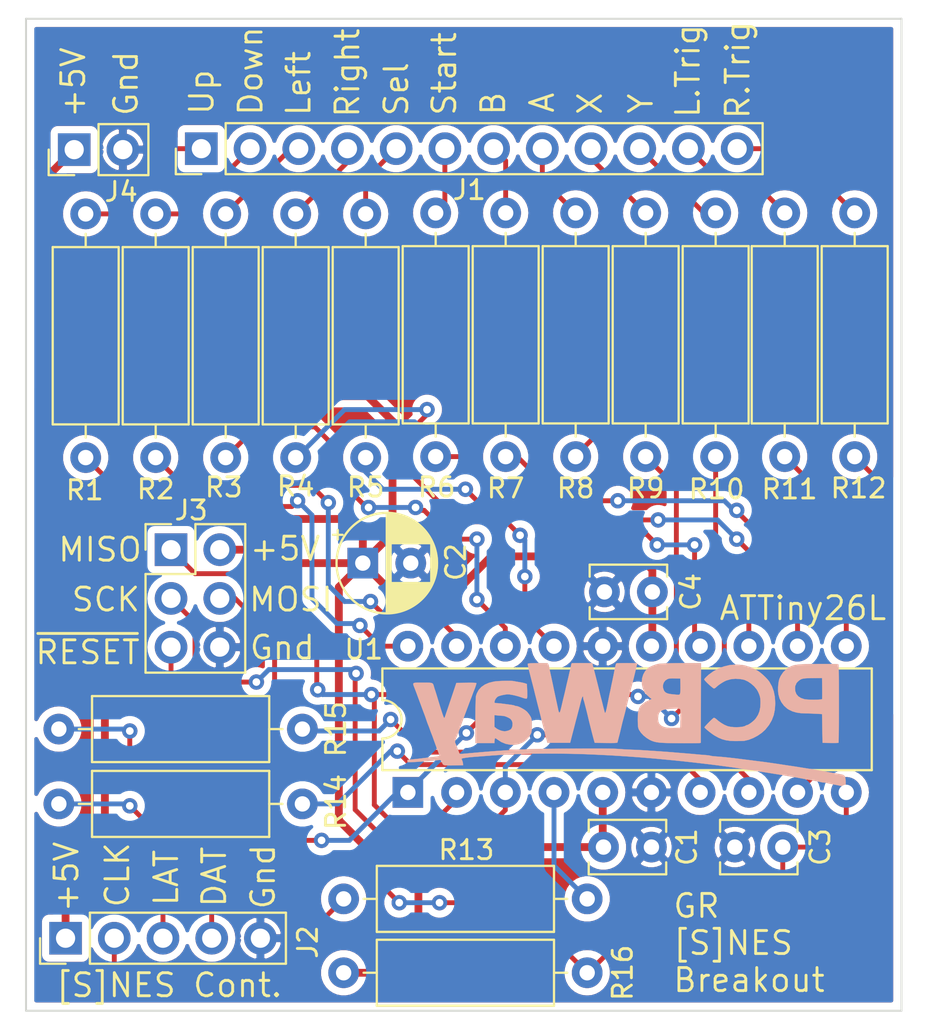
<source format=kicad_pcb>
(kicad_pcb (version 20171130) (host pcbnew "(5.1.2-1)-1")
  (layers (0 F.Cu signal) (31 B.Cu signal) (34 B.Paste user) (35 F.Paste user) (36 B.SilkS user) (37 F.SilkS user) (38 B.Mask user hide) (39 F.Mask user hide) (44 Edge.Cuts user))
  (net 0 "")
  (net 1 GNDREF)
  (net 2 "Net-(J1-Pad6)")
  (net 3 "Net-(J1-Pad5)")
  (net 4 "Net-(J1-Pad2)")
  (net 5 "Net-(J1-Pad1)")
  (net 6 +5V)
  (net 7 /~RESET)
  (net 8 "Net-(J1-Pad3)")
  (net 9 "Net-(J1-Pad4)")
  (net 10 "Net-(J1-Pad7)")
  (net 11 "Net-(J1-Pad8)")
  (net 12 "Net-(J1-Pad9)")
  (net 13 "Net-(J1-Pad10)")
  (net 14 "Net-(J1-Pad11)")
  (net 15 "Net-(J1-Pad12)")
  (net 16 /MISO)
  (net 17 /SCK)
  (net 18 /MOSI)
  (net 19 "Net-(R1-Pad1)")
  (net 20 "Net-(R2-Pad1)")
  (net 21 "Net-(R3-Pad1)")
  (net 22 "Net-(R4-Pad1)")
  (net 23 "Net-(R5-Pad1)")
  (net 24 "Net-(R6-Pad1)")
  (net 25 "Net-(R7-Pad1)")
  (net 26 "Net-(R8-Pad1)")
  (net 27 "Net-(R12-Pad1)")
  (net 28 /CLOCK)
  (net 29 "Net-(J2-Pad2)")
  (net 30 "Net-(J2-Pad3)")
  (net 31 /LATCH)
  (net 32 /DATA)
  (net 33 "Net-(J2-Pad4)")
  (module "_Custom_Footprints:pcb way logo" (layer B.Cu) (at 137.661 113.771 180)
    (fp_text reference G*** hide)
    (fp_text value LOGO hide)
  )
  (module Capacitor_THT:C_Disc_D3.8mm_W2.6mm_P2.50mm (layer F.Cu) (at 138.961 119.471 180)
    (fp_text reference C1 (at -1.85 0 90) (layer F.SilkS))
    (fp_text value 100nF)
    (pad 1 thru_hole circle (at 0 0 180) (size 1.6 1.6) (drill 0.8) (layers *.Cu *.Mask) (net 1 GNDREF))
    (pad 2 thru_hole circle (at 2.5 0 180) (size 1.6 1.6) (drill 0.8) (layers *.Cu *.Mask) (net 6 +5V))
  )
  (module Capacitor_THT:CP_Radial_D5.0mm_P2.50mm (layer F.Cu) (at 123.911 104.671)
    (fp_text reference C2 (at 4.85 -0.05 270) (layer F.SilkS))
    (fp_text value "10uF 16v")
    (pad 1 thru_hole rect (at 0 0) (size 1.6 1.6) (drill 0.8) (layers *.Cu *.Mask) (net 6 +5V))
    (pad 2 thru_hole circle (at 2.5 0) (size 1.6 1.6) (drill 0.8) (layers *.Cu *.Mask) (net 1 GNDREF))
  )
  (module Capacitor_THT:C_Disc_D3.8mm_W2.6mm_P2.50mm (layer F.Cu) (at 143.311 119.471)
    (fp_text reference C3 (at 4.45 0 90) (layer F.SilkS))
    (fp_text value 100nF)
    (pad 2 thru_hole circle (at 2.5 0) (size 1.6 1.6) (drill 0.8) (layers *.Cu *.Mask) (net 7 /~RESET))
    (pad 1 thru_hole circle (at 0 0) (size 1.6 1.6) (drill 0.8) (layers *.Cu *.Mask) (net 1 GNDREF))
  )
  (module Connector_PinHeader_2.54mm:PinHeader_1x12_P2.54mm_Vertical (layer F.Cu) (at 115.491 83.071 90)
    (fp_text reference J1 (at -2.15 13.97 180) (layer F.SilkS))
    (fp_text value Conn_01x12)
    (pad 1 thru_hole rect (at 0 0 90) (size 1.7 1.7) (drill 1) (layers *.Cu *.Mask) (net 5 "Net-(J1-Pad1)"))
    (pad 2 thru_hole oval (at 0 2.54 90) (size 1.7 1.7) (drill 1) (layers *.Cu *.Mask) (net 4 "Net-(J1-Pad2)"))
    (pad 3 thru_hole oval (at 0 5.08 90) (size 1.7 1.7) (drill 1) (layers *.Cu *.Mask) (net 8 "Net-(J1-Pad3)"))
    (pad 4 thru_hole oval (at 0 7.62 90) (size 1.7 1.7) (drill 1) (layers *.Cu *.Mask) (net 9 "Net-(J1-Pad4)"))
    (pad 5 thru_hole oval (at 0 10.16 90) (size 1.7 1.7) (drill 1) (layers *.Cu *.Mask) (net 3 "Net-(J1-Pad5)"))
    (pad 6 thru_hole oval (at 0 12.7 90) (size 1.7 1.7) (drill 1) (layers *.Cu *.Mask) (net 2 "Net-(J1-Pad6)"))
    (pad 7 thru_hole oval (at 0 15.24 90) (size 1.7 1.7) (drill 1) (layers *.Cu *.Mask) (net 10 "Net-(J1-Pad7)"))
    (pad 8 thru_hole oval (at 0 17.78 90) (size 1.7 1.7) (drill 1) (layers *.Cu *.Mask) (net 11 "Net-(J1-Pad8)"))
    (pad 9 thru_hole oval (at 0 20.32 90) (size 1.7 1.7) (drill 1) (layers *.Cu *.Mask) (net 12 "Net-(J1-Pad9)"))
    (pad 10 thru_hole oval (at 0 22.86 90) (size 1.7 1.7) (drill 1) (layers *.Cu *.Mask) (net 13 "Net-(J1-Pad10)"))
    (pad 11 thru_hole oval (at 0 25.4 90) (size 1.7 1.7) (drill 1) (layers *.Cu *.Mask) (net 14 "Net-(J1-Pad11)"))
    (pad 12 thru_hole oval (at 0 27.94 90) (size 1.7 1.7) (drill 1) (layers *.Cu *.Mask) (net 15 "Net-(J1-Pad12)"))
  )
  (module Connector_PinHeader_2.54mm:PinHeader_2x03_P2.54mm_Vertical (layer F.Cu) (at 113.911 103.971)
    (fp_text reference J3 (at 1.05 -2.05) (layer F.SilkS))
    (fp_text value Conn_02x03_Odd_Even)
    (pad 1 thru_hole rect (at 0 0) (size 1.7 1.7) (drill 1) (layers *.Cu *.Mask) (net 16 /MISO))
    (pad 2 thru_hole oval (at 2.54 0) (size 1.7 1.7) (drill 1) (layers *.Cu *.Mask) (net 6 +5V))
    (pad 3 thru_hole oval (at 0 2.54) (size 1.7 1.7) (drill 1) (layers *.Cu *.Mask) (net 17 /SCK))
    (pad 4 thru_hole oval (at 2.54 2.54) (size 1.7 1.7) (drill 1) (layers *.Cu *.Mask) (net 18 /MOSI))
    (pad 5 thru_hole oval (at 0 5.08) (size 1.7 1.7) (drill 1) (layers *.Cu *.Mask) (net 7 /~RESET))
    (pad 6 thru_hole oval (at 2.54 5.08) (size 1.7 1.7) (drill 1) (layers *.Cu *.Mask) (net 1 GNDREF))
  )
  (module Resistor_THT:R_Axial_DIN0309_L9.0mm_D3.2mm_P12.70mm_Horizontal (layer F.Cu) (at 109.461 99.171 90)
    (fp_text reference R1 (at -1.7 -0.05 180) (layer F.SilkS))
    (fp_text value 100r)
    (pad 1 thru_hole circle (at 0 0 90) (size 1.6 1.6) (drill 0.8) (layers *.Cu *.Mask) (net 19 "Net-(R1-Pad1)"))
    (pad 2 thru_hole oval (at 12.7 0 90) (size 1.6 1.6) (drill 0.8) (layers *.Cu *.Mask) (net 5 "Net-(J1-Pad1)"))
  )
  (module Resistor_THT:R_Axial_DIN0309_L9.0mm_D3.2mm_P12.70mm_Horizontal (layer F.Cu) (at 113.111 99.171 90)
    (fp_text reference R2 (at -1.65 0 180) (layer F.SilkS))
    (fp_text value 100r)
    (pad 2 thru_hole oval (at 12.7 0 90) (size 1.6 1.6) (drill 0.8) (layers *.Cu *.Mask) (net 4 "Net-(J1-Pad2)"))
    (pad 1 thru_hole circle (at 0 0 90) (size 1.6 1.6) (drill 0.8) (layers *.Cu *.Mask) (net 20 "Net-(R2-Pad1)"))
  )
  (module Resistor_THT:R_Axial_DIN0309_L9.0mm_D3.2mm_P12.70mm_Horizontal (layer F.Cu) (at 116.761 99.171 90)
    (fp_text reference R3 (at -1.55 -0.1 180) (layer F.SilkS))
    (fp_text value 100r)
    (pad 1 thru_hole circle (at 0 0 90) (size 1.6 1.6) (drill 0.8) (layers *.Cu *.Mask) (net 21 "Net-(R3-Pad1)"))
    (pad 2 thru_hole oval (at 12.7 0 90) (size 1.6 1.6) (drill 0.8) (layers *.Cu *.Mask) (net 8 "Net-(J1-Pad3)"))
  )
  (module Resistor_THT:R_Axial_DIN0309_L9.0mm_D3.2mm_P12.70mm_Horizontal (layer F.Cu) (at 120.411 99.171 90)
    (fp_text reference R4 (at -1.5 0 180) (layer F.SilkS))
    (fp_text value 100r)
    (pad 2 thru_hole oval (at 12.7 0 90) (size 1.6 1.6) (drill 0.8) (layers *.Cu *.Mask) (net 9 "Net-(J1-Pad4)"))
    (pad 1 thru_hole circle (at 0 0 90) (size 1.6 1.6) (drill 0.8) (layers *.Cu *.Mask) (net 22 "Net-(R4-Pad1)"))
  )
  (module Resistor_THT:R_Axial_DIN0309_L9.0mm_D3.2mm_P12.70mm_Horizontal (layer F.Cu) (at 124.061 99.171 90)
    (fp_text reference R5 (at -1.55 0 180) (layer F.SilkS))
    (fp_text value 100r)
    (pad 1 thru_hole circle (at 0 0 90) (size 1.6 1.6) (drill 0.8) (layers *.Cu *.Mask) (net 23 "Net-(R5-Pad1)"))
    (pad 2 thru_hole oval (at 12.7 0 90) (size 1.6 1.6) (drill 0.8) (layers *.Cu *.Mask) (net 3 "Net-(J1-Pad5)"))
  )
  (module Resistor_THT:R_Axial_DIN0309_L9.0mm_D3.2mm_P12.70mm_Horizontal (layer F.Cu) (at 127.711 99.121 90)
    (fp_text reference R6 (at -1.6 0.05 180) (layer F.SilkS))
    (fp_text value 100r)
    (pad 2 thru_hole oval (at 12.7 0 90) (size 1.6 1.6) (drill 0.8) (layers *.Cu *.Mask) (net 2 "Net-(J1-Pad6)"))
    (pad 1 thru_hole circle (at 0 0 90) (size 1.6 1.6) (drill 0.8) (layers *.Cu *.Mask) (net 24 "Net-(R6-Pad1)"))
  )
  (module Resistor_THT:R_Axial_DIN0309_L9.0mm_D3.2mm_P12.70mm_Horizontal (layer F.Cu) (at 131.361 99.121 90)
    (fp_text reference R7 (at -1.65 0 180) (layer F.SilkS))
    (fp_text value 100r)
    (pad 1 thru_hole circle (at 0 0 90) (size 1.6 1.6) (drill 0.8) (layers *.Cu *.Mask) (net 25 "Net-(R7-Pad1)"))
    (pad 2 thru_hole oval (at 12.7 0 90) (size 1.6 1.6) (drill 0.8) (layers *.Cu *.Mask) (net 10 "Net-(J1-Pad7)"))
  )
  (module Resistor_THT:R_Axial_DIN0309_L9.0mm_D3.2mm_P12.70mm_Horizontal (layer F.Cu) (at 135.011 99.121 90)
    (fp_text reference R8 (at -1.65 0 180) (layer F.SilkS))
    (fp_text value 100r)
    (pad 2 thru_hole oval (at 12.7 0 90) (size 1.6 1.6) (drill 0.8) (layers *.Cu *.Mask) (net 11 "Net-(J1-Pad8)"))
    (pad 1 thru_hole circle (at 0 0 90) (size 1.6 1.6) (drill 0.8) (layers *.Cu *.Mask) (net 26 "Net-(R8-Pad1)"))
  )
  (module Resistor_THT:R_Axial_DIN0309_L9.0mm_D3.2mm_P12.70mm_Horizontal (layer F.Cu) (at 138.661 99.121 90)
    (fp_text reference R9 (at -1.65 0 180) (layer F.SilkS))
    (fp_text value 100r)
    (pad 1 thru_hole circle (at 0 0 90) (size 1.6 1.6) (drill 0.8) (layers *.Cu *.Mask) (net 18 /MOSI))
    (pad 2 thru_hole oval (at 12.7 0 90) (size 1.6 1.6) (drill 0.8) (layers *.Cu *.Mask) (net 12 "Net-(J1-Pad9)"))
  )
  (module Resistor_THT:R_Axial_DIN0309_L9.0mm_D3.2mm_P12.70mm_Horizontal (layer F.Cu) (at 142.311 99.121 90)
    (fp_text reference R10 (at -1.7 0.05 180) (layer F.SilkS))
    (fp_text value 100r)
    (pad 2 thru_hole oval (at 12.7 0 90) (size 1.6 1.6) (drill 0.8) (layers *.Cu *.Mask) (net 13 "Net-(J1-Pad10)"))
    (pad 1 thru_hole circle (at 0 0 90) (size 1.6 1.6) (drill 0.8) (layers *.Cu *.Mask) (net 16 /MISO))
  )
  (module Resistor_THT:R_Axial_DIN0309_L9.0mm_D3.2mm_P12.70mm_Horizontal (layer F.Cu) (at 145.911 99.121 90)
    (fp_text reference R11 (at -1.7 0.25 180) (layer F.SilkS))
    (fp_text value 100r)
    (pad 1 thru_hole circle (at 0 0 90) (size 1.6 1.6) (drill 0.8) (layers *.Cu *.Mask) (net 17 /SCK))
    (pad 2 thru_hole oval (at 12.7 0 90) (size 1.6 1.6) (drill 0.8) (layers *.Cu *.Mask) (net 14 "Net-(J1-Pad11)"))
  )
  (module Resistor_THT:R_Axial_DIN0309_L9.0mm_D3.2mm_P12.70mm_Horizontal (layer F.Cu) (at 149.561 99.121 90)
    (fp_text reference R12 (at -1.65 0.2 180) (layer F.SilkS))
    (fp_text value 100r)
    (pad 2 thru_hole oval (at 12.7 0 90) (size 1.6 1.6) (drill 0.8) (layers *.Cu *.Mask) (net 15 "Net-(J1-Pad12)"))
    (pad 1 thru_hole circle (at 0 0 90) (size 1.6 1.6) (drill 0.8) (layers *.Cu *.Mask) (net 27 "Net-(R12-Pad1)"))
  )
  (module Resistor_THT:R_Axial_DIN0309_L9.0mm_D3.2mm_P12.70mm_Horizontal (layer F.Cu) (at 135.611 122.171 180)
    (fp_text reference R13 (at 6.3 2.55) (layer F.SilkS))
    (fp_text value 100r)
    (pad 1 thru_hole circle (at 0 0 180) (size 1.6 1.6) (drill 0.8) (layers *.Cu *.Mask) (net 28 /CLOCK))
    (pad 2 thru_hole oval (at 12.7 0 180) (size 1.6 1.6) (drill 0.8) (layers *.Cu *.Mask) (net 29 "Net-(J2-Pad2)"))
  )
  (module Resistor_THT:R_Axial_DIN0309_L9.0mm_D3.2mm_P12.70mm_Horizontal (layer F.Cu) (at 120.761 117.221 180)
    (fp_text reference R14 (at -1.75 0.1 90) (layer F.SilkS))
    (fp_text value 100r)
    (pad 2 thru_hole oval (at 12.7 0 180) (size 1.6 1.6) (drill 0.8) (layers *.Cu *.Mask) (net 30 "Net-(J2-Pad3)"))
    (pad 1 thru_hole circle (at 0 0 180) (size 1.6 1.6) (drill 0.8) (layers *.Cu *.Mask) (net 31 /LATCH))
  )
  (module Resistor_THT:R_Axial_DIN0309_L9.0mm_D3.2mm_P12.70mm_Horizontal (layer F.Cu) (at 120.761 113.321 180)
    (fp_text reference R15 (at -1.75 0 90) (layer F.SilkS))
    (fp_text value 100r)
    (pad 1 thru_hole circle (at 0 0 180) (size 1.6 1.6) (drill 0.8) (layers *.Cu *.Mask) (net 32 /DATA))
    (pad 2 thru_hole oval (at 12.7 0 180) (size 1.6 1.6) (drill 0.8) (layers *.Cu *.Mask) (net 33 "Net-(J2-Pad4)"))
  )
  (module Resistor_THT:R_Axial_DIN0309_L9.0mm_D3.2mm_P12.70mm_Horizontal (layer F.Cu) (at 122.911 126.021)
    (fp_text reference R16 (at 14.55 0 90) (layer F.SilkS))
    (fp_text value 10K)
    (pad 2 thru_hole oval (at 12.7 0) (size 1.6 1.6) (drill 0.8) (layers *.Cu *.Mask) (net 7 /~RESET))
    (pad 1 thru_hole circle (at 0 0) (size 1.6 1.6) (drill 0.8) (layers *.Cu *.Mask) (net 6 +5V))
  )
  (module Package_DIP:DIP-20_W7.62mm (layer F.Cu) (at 126.261 116.621 90)
    (fp_text reference U1 (at 7.45 -2.3 180) (layer F.SilkS))
    (fp_text value ATtiny26L-8PU)
    (pad 1 thru_hole rect (at 0 0 90) (size 1.6 1.6) (drill 0.8) (layers *.Cu *.Mask) (net 18 /MOSI))
    (pad 11 thru_hole oval (at 7.62 22.86 90) (size 1.6 1.6) (drill 0.8) (layers *.Cu *.Mask) (net 26 "Net-(R8-Pad1)"))
    (pad 2 thru_hole oval (at 0 2.54 90) (size 1.6 1.6) (drill 0.8) (layers *.Cu *.Mask) (net 16 /MISO))
    (pad 12 thru_hole oval (at 7.62 20.32 90) (size 1.6 1.6) (drill 0.8) (layers *.Cu *.Mask) (net 25 "Net-(R7-Pad1)"))
    (pad 3 thru_hole oval (at 0 5.08 90) (size 1.6 1.6) (drill 0.8) (layers *.Cu *.Mask) (net 17 /SCK))
    (pad 13 thru_hole oval (at 7.62 17.78 90) (size 1.6 1.6) (drill 0.8) (layers *.Cu *.Mask) (net 24 "Net-(R6-Pad1)"))
    (pad 4 thru_hole oval (at 0 7.62 90) (size 1.6 1.6) (drill 0.8) (layers *.Cu *.Mask) (net 28 /CLOCK))
    (pad 14 thru_hole oval (at 7.62 15.24 90) (size 1.6 1.6) (drill 0.8) (layers *.Cu *.Mask) (net 23 "Net-(R5-Pad1)"))
    (pad 5 thru_hole oval (at 0 10.16 90) (size 1.6 1.6) (drill 0.8) (layers *.Cu *.Mask) (net 6 +5V))
    (pad 15 thru_hole oval (at 7.62 12.7 90) (size 1.6 1.6) (drill 0.8) (layers *.Cu *.Mask) (net 6 +5V))
    (pad 6 thru_hole oval (at 0 12.7 90) (size 1.6 1.6) (drill 0.8) (layers *.Cu *.Mask) (net 1 GNDREF))
    (pad 16 thru_hole oval (at 7.62 10.16 90) (size 1.6 1.6) (drill 0.8) (layers *.Cu *.Mask) (net 1 GNDREF))
    (pad 7 thru_hole oval (at 0 15.24 90) (size 1.6 1.6) (drill 0.8) (layers *.Cu *.Mask) (net 31 /LATCH))
    (pad 17 thru_hole oval (at 7.62 7.62 90) (size 1.6 1.6) (drill 0.8) (layers *.Cu *.Mask) (net 22 "Net-(R4-Pad1)"))
    (pad 8 thru_hole oval (at 0 17.78 90) (size 1.6 1.6) (drill 0.8) (layers *.Cu *.Mask) (net 32 /DATA))
    (pad 18 thru_hole oval (at 7.62 5.08 90) (size 1.6 1.6) (drill 0.8) (layers *.Cu *.Mask) (net 21 "Net-(R3-Pad1)"))
    (pad 9 thru_hole oval (at 0 20.32 90) (size 1.6 1.6) (drill 0.8) (layers *.Cu *.Mask) (net 27 "Net-(R12-Pad1)"))
    (pad 19 thru_hole oval (at 7.62 2.54 90) (size 1.6 1.6) (drill 0.8) (layers *.Cu *.Mask) (net 20 "Net-(R2-Pad1)"))
    (pad 10 thru_hole oval (at 0 22.86 90) (size 1.6 1.6) (drill 0.8) (layers *.Cu *.Mask) (net 7 /~RESET))
    (pad 20 thru_hole oval (at 7.62 0 90) (size 1.6 1.6) (drill 0.8) (layers *.Cu *.Mask) (net 19 "Net-(R1-Pad1)"))
  )
  (module Connector_PinHeader_2.54mm:PinHeader_1x05_P2.54mm_Vertical (layer F.Cu) (at 108.411 124.221 90)
    (fp_text reference J2 (at -0.2 12.63 90) (layer F.SilkS))
    (fp_text value Conn_01x05)
    (pad 1 thru_hole rect (at 0 0 90) (size 1.7 1.7) (drill 1) (layers *.Cu *.Mask) (net 6 +5V))
    (pad 2 thru_hole oval (at 0 2.54 90) (size 1.7 1.7) (drill 1) (layers *.Cu *.Mask) (net 29 "Net-(J2-Pad2)"))
    (pad 3 thru_hole oval (at 0 5.08 90) (size 1.7 1.7) (drill 1) (layers *.Cu *.Mask) (net 30 "Net-(J2-Pad3)"))
    (pad 4 thru_hole oval (at 0 7.62 90) (size 1.7 1.7) (drill 1) (layers *.Cu *.Mask) (net 33 "Net-(J2-Pad4)"))
    (pad 5 thru_hole oval (at 0 10.16 90) (size 1.7 1.7) (drill 1) (layers *.Cu *.Mask) (net 1 GNDREF))
  )
  (module Capacitor_THT:C_Disc_D3.8mm_W2.6mm_P2.50mm (layer F.Cu) (at 136.511 106.171)
    (fp_text reference C4 (at 4.5 0 90) (layer F.SilkS))
    (fp_text value 100nF)
    (pad 1 thru_hole circle (at 0 0) (size 1.6 1.6) (drill 0.8) (layers *.Cu *.Mask) (net 1 GNDREF))
    (pad 2 thru_hole circle (at 2.5 0) (size 1.6 1.6) (drill 0.8) (layers *.Cu *.Mask) (net 6 +5V))
  )
  (module Connector_PinHeader_2.54mm:PinHeader_1x02_P2.54mm_Vertical (layer F.Cu) (at 108.861 83.121 90)
    (fp_text reference J4 (at -2.2 2.45 180) (layer F.SilkS))
    (fp_text value Conn_01x02)
    (pad 1 thru_hole rect (at 0 0 90) (size 1.7 1.7) (drill 1) (layers *.Cu *.Mask) (net 6 +5V))
    (pad 2 thru_hole oval (at 0 2.54 90) (size 1.7 1.7) (drill 1) (layers *.Cu *.Mask) (net 1 GNDREF))
  )
  (gr_text Gnd (at 111.561 79.671 90) (layer F.SilkS) (effects (font (size 1.2 1.2))))
  (gr_text +5V (at 108.811 79.621 90) (layer F.SilkS) (effects (font (size 1.2 1.2))))
  (gr_text Up (at 115.511 80.121 90) (layer F.SilkS) (effects (font (size 1.2 1.2))))
  (gr_text Down (at 118.061 79.021 90) (layer F.SilkS) (effects (font (size 1.2 1.2))))
  (gr_text Left (at 120.561 79.671 90) (layer F.SilkS) (effects (font (size 1.2 1.2))))
  (gr_text Right (at 123.111 79.121 90) (layer F.SilkS) (effects (font (size 1.2 1.2))))
  (gr_text Sel (at 125.661 79.971 90) (layer F.SilkS) (effects (font (size 1.2 1.2))))
  (gr_text Start (at 128.161 79.171 90) (layer F.SilkS) (effects (font (size 1.2 1.2))))
  (gr_text B (at 130.711 80.721 90) (layer F.SilkS) (effects (font (size 1.2 1.2))))
  (gr_text A (at 133.261 80.671 90) (layer F.SilkS) (effects (font (size 1.2 1.2))))
  (gr_text "X\n" (at 135.761 80.721 90) (layer F.SilkS) (effects (font (size 1.2 1.2))))
  (gr_text Y (at 138.411 80.721 90) (layer F.SilkS) (effects (font (size 1.2 1.2))))
  (gr_text R.Trig (at 143.461 78.971 90) (layer F.SilkS) (effects (font (size 1.2 1.2))))
  (gr_text "[S]NES Cont." (at 113.811 126.671) (layer F.SilkS) (effects (font (size 1.2 1.2))))
  (gr_text DAT (at 116.161 121.021 90) (layer F.SilkS) (effects (font (size 1.2 1.2))))
  (gr_text LAT (at 113.661 121.071 90) (layer F.SilkS) (effects (font (size 1.2 1.2))))
  (gr_text CLK (at 111.111 120.921 90) (layer F.SilkS) (effects (font (size 1.2 1.2))))
  (gr_text Gnd (at 118.711 121.021 90) (layer F.SilkS) (effects (font (size 1.2 1.2))))
  (gr_text "+5V\n" (at 108.461 121.021 90) (layer F.SilkS) (effects (font (size 1.2 1.2))))
  (gr_text ~RESET (at 109.561 109.321) (layer F.SilkS) (effects (font (size 1.2 1.2))))
  (gr_text SCK (at 110.511 106.571) (layer F.SilkS) (effects (font (size 1.2 1.2))))
  (gr_text MISO (at 110.211 103.971) (layer F.SilkS) (effects (font (size 1.2 1.2))))
  (gr_text "+5V\n" (at 119.861 103.921) (layer F.SilkS) (effects (font (size 1.2 1.2))))
  (gr_text "MOSI\n" (at 120.161 106.571) (layer F.SilkS) (effects (font (size 1.2 1.2))))
  (gr_text ATTiny26L (at 146.861 107.021) (layer F.SilkS) (effects (font (size 1.2 1.2))))
  (gr_text L.Trig (at 140.861 79.021 90) (layer F.SilkS) (effects (font (size 1.2 1.2))))
  (gr_text Gnd (at 119.711 109.071) (layer F.SilkS) (effects (font (size 1.2 1.2))))
  (gr_text "GR\n[S]NES \nBreakout" (at 140.011 124.471) (layer F.SilkS) (effects (font (size 1.2 1.2)) (justify left)))
  (gr_line (start 106.35 128) (end 152 128) (layer Edge.Cuts) (width 0.1))
  (gr_line (start 106.35 76.3) (end 106.35 128) (layer Edge.Cuts) (width 0.1))
  (gr_line (start 152 76.3) (end 106.35 76.3) (layer Edge.Cuts) (width 0.1))
  (gr_line (start 152 128) (end 152 76.3) (layer Edge.Cuts) (width 0.1))
  (segment (start 128.191 85.941) (end 127.711 86.421) (width 0.254) (layer F.Cu) (net 2))
  (segment (start 128.191 83.071) (end 128.191 85.941) (width 0.254) (layer F.Cu) (net 2))
  (segment (start 124.061 84.661) (end 125.651 83.071) (width 0.254) (layer F.Cu) (net 3))
  (segment (start 124.061 86.471) (end 124.061 84.661) (width 0.254) (layer F.Cu) (net 3))
  (segment (start 118.031 83.071) (end 118.031 83.101) (width 0.254) (layer F.Cu) (net 4))
  (segment (start 114.661 86.471) (end 113.111 86.471) (width 0.254) (layer F.Cu) (net 4))
  (segment (start 118.031 83.101) (end 114.661 86.471) (width 0.254) (layer F.Cu) (net 4))
  (segment (start 110.811 86.471) (end 109.461 86.471) (width 0.254) (layer F.Cu) (net 5))
  (segment (start 114.211 83.071) (end 110.811 86.471) (width 0.254) (layer F.Cu) (net 5))
  (segment (start 115.491 83.071) (end 114.211 83.071) (width 0.254) (layer F.Cu) (net 5))
  (segment (start 116.451 103.971) (end 119.761 103.971) (width 0.4064) (layer F.Cu) (net 6))
  (segment (start 120.461 104.671) (end 123.911 104.671) (width 0.4064) (layer F.Cu) (net 6))
  (segment (start 119.761 103.971) (end 120.461 104.671) (width 0.4064) (layer F.Cu) (net 6))
  (segment (start 139.011 108.951) (end 138.961 109.001) (width 0.4064) (layer F.Cu) (net 6))
  (segment (start 139.011 106.171) (end 139.011 108.951) (width 0.4064) (layer F.Cu) (net 6))
  (segment (start 139.011 106.171) (end 139.011 105.021) (width 0.4064) (layer F.Cu) (net 6))
  (segment (start 139.011 105.021) (end 138.311 104.321) (width 0.4064) (layer F.Cu) (net 6))
  (segment (start 138.311 104.321) (end 130.611 104.321) (width 0.4064) (layer F.Cu) (net 6))
  (segment (start 130.611 104.321) (end 128.611 106.321) (width 0.4064) (layer F.Cu) (net 6))
  (segment (start 125.561 106.321) (end 123.911 104.671) (width 0.4064) (layer F.Cu) (net 6))
  (segment (start 128.611 106.321) (end 125.561 106.321) (width 0.4064) (layer F.Cu) (net 6))
  (segment (start 136.421 119.431) (end 136.461 119.471) (width 0.4064) (layer F.Cu) (net 6))
  (segment (start 136.421 116.621) (end 136.421 119.431) (width 0.4064) (layer F.Cu) (net 6))
  (segment (start 122.911 126.021) (end 124.961 126.021) (width 0.4064) (layer F.Cu) (net 6))
  (segment (start 124.961 126.021) (end 126.811 124.171) (width 0.4064) (layer F.Cu) (net 6))
  (segment (start 126.811 124.171) (end 126.811 119.471) (width 0.4064) (layer F.Cu) (net 6))
  (segment (start 136.461 119.471) (end 126.811 119.471) (width 0.4064) (layer F.Cu) (net 6))
  (segment (start 122.661 105.921) (end 123.911 104.671) (width 0.4064) (layer F.Cu) (net 6))
  (segment (start 122.661 118.071) (end 122.661 105.921) (width 0.4064) (layer F.Cu) (net 6))
  (segment (start 124.061 119.471) (end 122.661 118.071) (width 0.4064) (layer F.Cu) (net 6))
  (segment (start 126.811 119.471) (end 124.061 119.471) (width 0.4064) (layer F.Cu) (net 6))
  (segment (start 123.911 103.021) (end 123.911 104.671) (width 0.4064) (layer F.Cu) (net 6))
  (segment (start 123.261 102.371) (end 123.911 103.021) (width 0.4064) (layer F.Cu) (net 6))
  (segment (start 112.411 102.371) (end 123.261 102.371) (width 0.4064) (layer F.Cu) (net 6))
  (segment (start 110.461 104.321) (end 112.411 102.371) (width 0.4064) (layer F.Cu) (net 6))
  (segment (start 110.461 119.971) (end 110.461 104.321) (width 0.4064) (layer F.Cu) (net 6))
  (segment (start 108.411 122.021) (end 110.461 119.971) (width 0.4064) (layer F.Cu) (net 6))
  (segment (start 108.411 124.221) (end 108.411 122.021) (width 0.4064) (layer F.Cu) (net 6))
  (segment (start 125.461 103.121) (end 123.911 104.671) (width 0.4064) (layer F.Cu) (net 6))
  (segment (start 125.461 97.271) (end 125.461 103.121) (width 0.4064) (layer F.Cu) (net 6))
  (segment (start 124.161 95.971) (end 125.461 97.271) (width 0.4064) (layer F.Cu) (net 6))
  (segment (start 108.861 83.121) (end 107.361 84.621) (width 0.4064) (layer F.Cu) (net 6))
  (segment (start 107.361 84.621) (end 107.361 95.071) (width 0.4064) (layer F.Cu) (net 6))
  (segment (start 108.261 95.971) (end 124.161 95.971) (width 0.4064) (layer F.Cu) (net 6))
  (segment (start 107.361 95.071) (end 108.261 95.971) (width 0.4064) (layer F.Cu) (net 6))
  (segment (start 135.611 126.021) (end 135.661 126.021) (width 0.254) (layer F.Cu) (net 7))
  (segment (start 135.661 126.021) (end 139.861 121.821) (width 0.254) (layer F.Cu) (net 7))
  (segment (start 139.861 121.821) (end 144.761 121.821) (width 0.254) (layer F.Cu) (net 7))
  (segment (start 145.811 120.771) (end 145.811 119.471) (width 0.254) (layer F.Cu) (net 7))
  (segment (start 144.761 121.821) (end 145.811 120.771) (width 0.254) (layer F.Cu) (net 7))
  (segment (start 145.811 119.471) (end 148.361 119.471) (width 0.254) (layer F.Cu) (net 7))
  (segment (start 149.121 118.711) (end 149.121 116.621) (width 0.254) (layer F.Cu) (net 7))
  (segment (start 148.361 119.471) (end 149.121 118.711) (width 0.254) (layer F.Cu) (net 7))
  (via (at 125.811 122.371) (size 0.8) (drill 0.4) (layers F.Cu B.Cu) (net 7))
  (via (at 127.911 122.371) (size 0.8) (drill 0.4) (layers F.Cu B.Cu) (net 7))
  (segment (start 125.811 122.371) (end 127.911 122.371) (width 0.254) (layer B.Cu) (net 7))
  (segment (start 131.961 122.371) (end 135.611 126.021) (width 0.254) (layer F.Cu) (net 7))
  (segment (start 127.911 122.371) (end 131.961 122.371) (width 0.254) (layer F.Cu) (net 7))
  (segment (start 123.661 120.221) (end 125.811 122.371) (width 0.254) (layer F.Cu) (net 7))
  (segment (start 118.411 120.221) (end 123.661 120.221) (width 0.254) (layer F.Cu) (net 7))
  (segment (start 113.911 115.721) (end 118.411 120.221) (width 0.254) (layer F.Cu) (net 7))
  (segment (start 113.911 109.051) (end 113.911 115.721) (width 0.254) (layer F.Cu) (net 7))
  (segment (start 120.161 83.071) (end 116.761 86.471) (width 0.254) (layer F.Cu) (net 8))
  (segment (start 120.571 83.071) (end 120.161 83.071) (width 0.254) (layer F.Cu) (net 8))
  (segment (start 123.111 83.771) (end 120.411 86.471) (width 0.254) (layer F.Cu) (net 9))
  (segment (start 123.111 83.071) (end 123.111 83.771) (width 0.254) (layer F.Cu) (net 9))
  (segment (start 131.361 83.701) (end 130.731 83.071) (width 0.254) (layer F.Cu) (net 10))
  (segment (start 131.361 86.421) (end 131.361 83.701) (width 0.254) (layer F.Cu) (net 10))
  (segment (start 133.271 84.681) (end 135.011 86.421) (width 0.254) (layer F.Cu) (net 11))
  (segment (start 133.271 83.071) (end 133.271 84.681) (width 0.254) (layer F.Cu) (net 11))
  (segment (start 135.811 83.571) (end 138.661 86.421) (width 0.254) (layer F.Cu) (net 12))
  (segment (start 135.811 83.071) (end 135.811 83.571) (width 0.254) (layer F.Cu) (net 12))
  (segment (start 141.701 86.421) (end 142.311 86.421) (width 0.254) (layer F.Cu) (net 13))
  (segment (start 138.351 83.071) (end 141.701 86.421) (width 0.254) (layer F.Cu) (net 13))
  (segment (start 140.891 83.071) (end 142.741 84.921) (width 0.254) (layer F.Cu) (net 14))
  (segment (start 144.411 84.921) (end 145.911 86.421) (width 0.254) (layer F.Cu) (net 14))
  (segment (start 142.741 84.921) (end 144.411 84.921) (width 0.254) (layer F.Cu) (net 14))
  (segment (start 146.211 83.071) (end 149.561 86.421) (width 0.254) (layer F.Cu) (net 15))
  (segment (start 143.431 83.071) (end 146.211 83.071) (width 0.254) (layer F.Cu) (net 15))
  (via (at 121.561 111.271) (size 0.8) (drill 0.4) (layers F.Cu B.Cu) (net 16))
  (segment (start 128.801 116.981) (end 128.801 116.621) (width 0.254) (layer F.Cu) (net 16))
  (segment (start 127.661 118.121) (end 128.801 116.981) (width 0.254) (layer F.Cu) (net 16))
  (segment (start 125.361 118.121) (end 127.661 118.121) (width 0.254) (layer F.Cu) (net 16))
  (segment (start 124.511 117.271) (end 125.361 118.121) (width 0.254) (layer F.Cu) (net 16))
  (segment (start 124.511 111.671) (end 124.511 117.271) (width 0.254) (layer F.Cu) (net 16))
  (segment (start 124.361 111.521) (end 124.511 111.671) (width 0.254) (layer F.Cu) (net 16))
  (segment (start 121.811 111.521) (end 121.561 111.271) (width 0.254) (layer B.Cu) (net 16))
  (segment (start 124.361 111.521) (end 121.811 111.521) (width 0.254) (layer B.Cu) (net 16))
  (via (at 124.361 111.521) (size 0.8) (drill 0.4) (layers F.Cu B.Cu) (net 16))
  (segment (start 142.311 99.121) (end 142.311 107.521) (width 0.254) (layer F.Cu) (net 16))
  (segment (start 142.311 107.521) (end 142.761 107.971) (width 0.254) (layer F.Cu) (net 16))
  (via (at 140.011 112.771) (size 0.8) (drill 0.4) (layers F.Cu B.Cu) (net 16))
  (segment (start 142.761 110.021) (end 140.011 112.771) (width 0.254) (layer F.Cu) (net 16))
  (segment (start 142.761 107.971) (end 142.761 110.021) (width 0.254) (layer F.Cu) (net 16))
  (segment (start 138.861 111.621) (end 138.261 111.621) (width 0.254) (layer B.Cu) (net 16))
  (via (at 138.261 111.621) (size 0.8) (drill 0.4) (layers F.Cu B.Cu) (net 16))
  (segment (start 140.011 112.771) (end 138.861 111.621) (width 0.254) (layer B.Cu) (net 16))
  (segment (start 125.361 111.521) (end 124.361 111.521) (width 0.254) (layer F.Cu) (net 16))
  (segment (start 138.161 111.521) (end 125.361 111.521) (width 0.254) (layer F.Cu) (net 16))
  (segment (start 138.261 111.621) (end 138.161 111.521) (width 0.254) (layer F.Cu) (net 16))
  (segment (start 115.161 105.221) (end 113.911 103.971) (width 0.254) (layer F.Cu) (net 16))
  (segment (start 117.461 105.221) (end 115.161 105.221) (width 0.254) (layer F.Cu) (net 16))
  (segment (start 121.511 109.271) (end 117.461 105.221) (width 0.254) (layer F.Cu) (net 16))
  (segment (start 121.511 111.221) (end 121.511 109.271) (width 0.254) (layer F.Cu) (net 16))
  (segment (start 121.561 111.271) (end 121.511 111.221) (width 0.254) (layer F.Cu) (net 16))
  (segment (start 131.341 116.621) (end 131.341 117.541) (width 0.254) (layer F.Cu) (net 17))
  (segment (start 131.341 117.541) (end 130.211 118.671) (width 0.254) (layer F.Cu) (net 17))
  (segment (start 130.211 118.671) (end 124.661 118.671) (width 0.254) (layer F.Cu) (net 17))
  (segment (start 124.661 118.671) (end 123.511 117.521) (width 0.254) (layer F.Cu) (net 17))
  (via (at 123.561 110.421) (size 0.8) (drill 0.4) (layers F.Cu B.Cu) (net 17))
  (segment (start 123.511 110.471) (end 123.561 110.421) (width 0.254) (layer F.Cu) (net 17))
  (segment (start 123.511 117.521) (end 123.511 110.471) (width 0.254) (layer F.Cu) (net 17))
  (segment (start 115.161 107.761) (end 113.911 106.511) (width 0.254) (layer F.Cu) (net 17))
  (segment (start 115.161 110.221) (end 115.161 107.761) (width 0.254) (layer F.Cu) (net 17))
  (segment (start 115.811 110.871) (end 115.161 110.221) (width 0.254) (layer F.Cu) (net 17))
  (segment (start 118.361 110.871) (end 115.811 110.871) (width 0.254) (layer F.Cu) (net 17))
  (via (at 118.361 110.871) (size 0.8) (drill 0.4) (layers F.Cu B.Cu) (net 17))
  (via (at 133.011 113.621) (size 0.8) (drill 0.4) (layers F.Cu B.Cu) (net 17))
  (segment (start 131.341 115.291) (end 133.011 113.621) (width 0.254) (layer B.Cu) (net 17))
  (segment (start 131.341 116.621) (end 131.341 115.291) (width 0.254) (layer B.Cu) (net 17))
  (segment (start 150.611 103.821) (end 145.911 99.121) (width 0.254) (layer F.Cu) (net 17))
  (segment (start 150.611 111.021) (end 150.611 103.821) (width 0.254) (layer F.Cu) (net 17))
  (segment (start 148.011 113.621) (end 150.611 111.021) (width 0.254) (layer F.Cu) (net 17))
  (segment (start 133.011 113.621) (end 148.011 113.621) (width 0.254) (layer F.Cu) (net 17))
  (segment (start 123.361 110.221) (end 123.561 110.421) (width 0.254) (layer B.Cu) (net 17))
  (segment (start 119.011 110.221) (end 123.361 110.221) (width 0.254) (layer B.Cu) (net 17))
  (segment (start 118.361 110.871) (end 119.011 110.221) (width 0.254) (layer B.Cu) (net 17))
  (segment (start 125.711 116.621) (end 126.261 116.621) (width 0.254) (layer B.Cu) (net 18))
  (segment (start 123.211 119.121) (end 125.711 116.621) (width 0.254) (layer B.Cu) (net 18))
  (segment (start 121.761 119.121) (end 123.211 119.121) (width 0.254) (layer B.Cu) (net 18))
  (via (at 121.761 119.121) (size 0.8) (drill 0.4) (layers F.Cu B.Cu) (net 18))
  (segment (start 117.251 106.511) (end 116.451 106.511) (width 0.254) (layer F.Cu) (net 18))
  (segment (start 119.311 117.971) (end 119.311 108.571) (width 0.254) (layer F.Cu) (net 18))
  (segment (start 120.461 119.121) (end 119.311 117.971) (width 0.254) (layer F.Cu) (net 18))
  (segment (start 119.311 108.571) (end 117.251 106.511) (width 0.254) (layer F.Cu) (net 18))
  (segment (start 121.761 119.121) (end 120.461 119.121) (width 0.254) (layer F.Cu) (net 18))
  (via (at 129.311 113.521) (size 0.8) (drill 0.4) (layers F.Cu B.Cu) (net 18))
  (segment (start 126.261 116.571) (end 129.311 113.521) (width 0.254) (layer B.Cu) (net 18))
  (segment (start 126.261 116.621) (end 126.261 116.571) (width 0.254) (layer B.Cu) (net 18))
  (segment (start 129.311 113.521) (end 130.261 112.571) (width 0.254) (layer F.Cu) (net 18))
  (segment (start 130.261 112.571) (end 139.011 112.571) (width 0.254) (layer F.Cu) (net 18))
  (segment (start 139.011 112.571) (end 140.261 111.321) (width 0.254) (layer F.Cu) (net 18))
  (segment (start 140.261 100.721) (end 138.661 99.121) (width 0.254) (layer F.Cu) (net 18))
  (segment (start 140.261 111.321) (end 140.261 100.721) (width 0.254) (layer F.Cu) (net 18))
  (via (at 123.761 107.921) (size 0.8) (drill 0.4) (layers F.Cu B.Cu) (net 19))
  (segment (start 124.841 109.001) (end 123.761 107.921) (width 0.254) (layer F.Cu) (net 19))
  (segment (start 126.261 109.001) (end 124.841 109.001) (width 0.254) (layer F.Cu) (net 19))
  (segment (start 123.761 107.921) (end 123.661 107.821) (width 0.254) (layer B.Cu) (net 19))
  (segment (start 123.661 107.821) (end 122.561 107.821) (width 0.254) (layer B.Cu) (net 19))
  (segment (start 122.561 107.821) (end 121.261 106.521) (width 0.254) (layer B.Cu) (net 19))
  (via (at 120.511 101.421) (size 0.8) (drill 0.4) (layers F.Cu B.Cu) (net 19))
  (segment (start 121.261 102.171) (end 120.511 101.421) (width 0.254) (layer B.Cu) (net 19))
  (segment (start 121.261 106.521) (end 121.261 102.171) (width 0.254) (layer B.Cu) (net 19))
  (segment (start 112.011 101.721) (end 109.461 99.171) (width 0.254) (layer F.Cu) (net 19))
  (segment (start 120.211 101.721) (end 112.011 101.721) (width 0.254) (layer F.Cu) (net 19))
  (segment (start 120.511 101.421) (end 120.211 101.721) (width 0.254) (layer F.Cu) (net 19))
  (segment (start 128.801 109.001) (end 128.801 108.511) (width 0.254) (layer F.Cu) (net 20))
  (segment (start 128.801 108.511) (end 127.561 107.271) (width 0.254) (layer F.Cu) (net 20))
  (via (at 124.311 106.671) (size 0.8) (drill 0.4) (layers F.Cu B.Cu) (net 20))
  (segment (start 124.911 107.271) (end 124.311 106.671) (width 0.254) (layer F.Cu) (net 20))
  (segment (start 127.561 107.271) (end 124.911 107.271) (width 0.254) (layer F.Cu) (net 20))
  (via (at 122.111 101.521) (size 0.8) (drill 0.4) (layers F.Cu B.Cu) (net 20))
  (segment (start 122.961 106.671) (end 122.111 105.821) (width 0.254) (layer B.Cu) (net 20))
  (segment (start 122.111 105.821) (end 122.111 101.521) (width 0.254) (layer B.Cu) (net 20))
  (segment (start 124.311 106.671) (end 122.961 106.671) (width 0.254) (layer B.Cu) (net 20))
  (segment (start 114.561 100.621) (end 113.111 99.171) (width 0.254) (layer F.Cu) (net 20))
  (segment (start 121.211 100.621) (end 114.561 100.621) (width 0.254) (layer F.Cu) (net 20))
  (segment (start 122.111 101.521) (end 121.211 100.621) (width 0.254) (layer F.Cu) (net 20))
  (via (at 129.861 106.571) (size 0.8) (drill 0.4) (layers F.Cu B.Cu) (net 21))
  (segment (start 131.341 108.051) (end 129.861 106.571) (width 0.254) (layer F.Cu) (net 21))
  (segment (start 131.341 109.001) (end 131.341 108.051) (width 0.254) (layer F.Cu) (net 21))
  (via (at 129.861 103.421) (size 0.8) (drill 0.4) (layers F.Cu B.Cu) (net 21))
  (segment (start 129.861 106.571) (end 129.861 103.421) (width 0.254) (layer B.Cu) (net 21))
  (segment (start 129.861 103.421) (end 128.611 103.421) (width 0.254) (layer F.Cu) (net 21))
  (segment (start 128.611 103.421) (end 127.111 101.921) (width 0.254) (layer F.Cu) (net 21))
  (segment (start 126.811 101.921) (end 126.661 101.771) (width 0.254) (layer F.Cu) (net 21))
  (via (at 126.661 101.771) (size 0.8) (drill 0.4) (layers F.Cu B.Cu) (net 21))
  (segment (start 127.111 101.921) (end 126.811 101.921) (width 0.254) (layer F.Cu) (net 21))
  (via (at 124.211 101.771) (size 0.8) (drill 0.4) (layers F.Cu B.Cu) (net 21))
  (segment (start 126.661 101.771) (end 124.211 101.771) (width 0.254) (layer B.Cu) (net 21))
  (segment (start 124.211 101.771) (end 124.111 101.771) (width 0.254) (layer F.Cu) (net 21))
  (segment (start 124.111 101.771) (end 122.111 99.771) (width 0.254) (layer F.Cu) (net 21))
  (segment (start 122.111 99.771) (end 122.111 98.271) (width 0.254) (layer F.Cu) (net 21))
  (segment (start 122.111 98.271) (end 121.411 97.571) (width 0.254) (layer F.Cu) (net 21))
  (segment (start 118.361 97.571) (end 116.761 99.171) (width 0.254) (layer F.Cu) (net 21))
  (segment (start 121.411 97.571) (end 118.361 97.571) (width 0.254) (layer F.Cu) (net 21))
  (segment (start 120.411 99.171) (end 120.461 99.171) (width 0.254) (layer B.Cu) (net 22))
  (segment (start 122.961 96.671) (end 127.261 96.671) (width 0.254) (layer B.Cu) (net 22))
  (via (at 127.261 96.671) (size 0.8) (drill 0.4) (layers F.Cu B.Cu) (net 22))
  (segment (start 120.461 99.171) (end 122.961 96.671) (width 0.254) (layer B.Cu) (net 22))
  (via (at 132.111 103.221) (size 0.8) (drill 0.4) (layers F.Cu B.Cu) (net 22))
  (via (at 132.361 105.371) (size 0.8) (drill 0.4) (layers F.Cu B.Cu) (net 22))
  (segment (start 132.361 103.471) (end 132.361 105.371) (width 0.254) (layer B.Cu) (net 22))
  (segment (start 132.111 103.221) (end 132.361 103.471) (width 0.254) (layer B.Cu) (net 22))
  (segment (start 132.361 107.481) (end 133.881 109.001) (width 0.254) (layer F.Cu) (net 22))
  (segment (start 132.361 105.371) (end 132.361 107.481) (width 0.254) (layer F.Cu) (net 22))
  (segment (start 131.411 102.521) (end 132.111 103.221) (width 0.254) (layer F.Cu) (net 22))
  (segment (start 128.911 102.521) (end 131.411 102.521) (width 0.254) (layer F.Cu) (net 22))
  (segment (start 126.311 99.921) (end 128.911 102.521) (width 0.254) (layer F.Cu) (net 22))
  (segment (start 126.311 97.871) (end 126.311 99.921) (width 0.254) (layer F.Cu) (net 22))
  (segment (start 127.261 96.921) (end 126.311 97.871) (width 0.254) (layer F.Cu) (net 22))
  (segment (start 127.261 96.671) (end 127.261 96.921) (width 0.254) (layer F.Cu) (net 22))
  (segment (start 124.061 99.171) (end 124.061 99.921) (width 0.254) (layer B.Cu) (net 23))
  (segment (start 124.961 100.821) (end 129.261 100.821) (width 0.254) (layer B.Cu) (net 23))
  (via (at 129.261 100.821) (size 0.8) (drill 0.4) (layers F.Cu B.Cu) (net 23))
  (segment (start 124.061 99.921) (end 124.961 100.821) (width 0.254) (layer B.Cu) (net 23))
  (via (at 139.261 103.721) (size 0.8) (drill 0.4) (layers F.Cu B.Cu) (net 23))
  (via (at 141.211 103.721) (size 0.8) (drill 0.4) (layers F.Cu B.Cu) (net 23))
  (segment (start 139.261 103.721) (end 141.211 103.721) (width 0.254) (layer B.Cu) (net 23))
  (segment (start 141.211 108.711) (end 141.501 109.001) (width 0.254) (layer F.Cu) (net 23))
  (segment (start 141.211 103.721) (end 141.211 108.711) (width 0.254) (layer F.Cu) (net 23))
  (segment (start 138.711 103.171) (end 139.261 103.721) (width 0.254) (layer F.Cu) (net 23))
  (segment (start 133.611 103.171) (end 138.711 103.171) (width 0.254) (layer F.Cu) (net 23))
  (segment (start 132.011 101.571) (end 133.611 103.171) (width 0.254) (layer F.Cu) (net 23))
  (segment (start 130.011 101.571) (end 132.011 101.571) (width 0.254) (layer F.Cu) (net 23))
  (segment (start 129.261 100.821) (end 130.011 101.571) (width 0.254) (layer F.Cu) (net 23))
  (segment (start 127.711 99.121) (end 129.061 99.121) (width 0.254) (layer F.Cu) (net 24))
  (segment (start 129.061 99.121) (end 130.711 100.771) (width 0.254) (layer F.Cu) (net 24))
  (segment (start 130.711 100.771) (end 132.361 100.771) (width 0.254) (layer F.Cu) (net 24))
  (via (at 139.311 102.421) (size 0.8) (drill 0.4) (layers F.Cu B.Cu) (net 24))
  (segment (start 134.011 102.421) (end 139.311 102.421) (width 0.254) (layer F.Cu) (net 24))
  (segment (start 132.361 100.771) (end 134.011 102.421) (width 0.254) (layer F.Cu) (net 24))
  (via (at 143.411 103.421) (size 0.8) (drill 0.4) (layers F.Cu B.Cu) (net 24))
  (segment (start 142.411 102.421) (end 143.411 103.421) (width 0.254) (layer B.Cu) (net 24))
  (segment (start 139.311 102.421) (end 142.411 102.421) (width 0.254) (layer B.Cu) (net 24))
  (segment (start 144.041 104.051) (end 144.041 109.001) (width 0.254) (layer F.Cu) (net 24))
  (segment (start 143.411 103.421) (end 144.041 104.051) (width 0.254) (layer F.Cu) (net 24))
  (segment (start 146.581 109.001) (end 146.581 105.141) (width 0.254) (layer F.Cu) (net 25))
  (segment (start 143.411 101.971) (end 143.411 101.921) (width 0.254) (layer F.Cu) (net 25))
  (via (at 143.411 101.921) (size 0.8) (drill 0.4) (layers F.Cu B.Cu) (net 25))
  (segment (start 146.581 105.141) (end 143.411 101.971) (width 0.254) (layer F.Cu) (net 25))
  (segment (start 143.411 101.921) (end 143.261 101.921) (width 0.254) (layer B.Cu) (net 25))
  (via (at 137.211 101.421) (size 0.8) (drill 0.4) (layers F.Cu B.Cu) (net 25))
  (segment (start 142.761 101.421) (end 137.211 101.421) (width 0.254) (layer B.Cu) (net 25))
  (segment (start 143.261 101.921) (end 142.761 101.421) (width 0.254) (layer B.Cu) (net 25))
  (segment (start 131.961 99.121) (end 131.361 99.121) (width 0.254) (layer F.Cu) (net 25))
  (segment (start 134.261 101.421) (end 131.961 99.121) (width 0.254) (layer F.Cu) (net 25))
  (segment (start 137.211 101.421) (end 134.261 101.421) (width 0.254) (layer F.Cu) (net 25))
  (segment (start 135.011 99.121) (end 135.011 99.071) (width 0.254) (layer F.Cu) (net 26))
  (segment (start 135.011 99.071) (end 136.511 97.571) (width 0.254) (layer F.Cu) (net 26))
  (segment (start 136.511 97.571) (end 143.361 97.571) (width 0.254) (layer F.Cu) (net 26))
  (segment (start 143.361 97.571) (end 144.461 98.671) (width 0.254) (layer F.Cu) (net 26))
  (segment (start 144.461 98.671) (end 144.461 100.621) (width 0.254) (layer F.Cu) (net 26))
  (segment (start 149.121 105.281) (end 149.121 109.001) (width 0.254) (layer F.Cu) (net 26))
  (segment (start 144.461 100.621) (end 149.121 105.281) (width 0.254) (layer F.Cu) (net 26))
  (segment (start 151.311 100.871) (end 149.561 99.121) (width 0.254) (layer F.Cu) (net 27))
  (segment (start 151.311 111.871) (end 151.311 100.871) (width 0.254) (layer F.Cu) (net 27))
  (segment (start 146.581 116.601) (end 151.311 111.871) (width 0.254) (layer F.Cu) (net 27))
  (segment (start 146.581 116.621) (end 146.581 116.601) (width 0.254) (layer F.Cu) (net 27))
  (segment (start 133.881 120.441) (end 133.881 116.621) (width 0.254) (layer B.Cu) (net 28))
  (segment (start 135.611 122.171) (end 133.881 120.441) (width 0.254) (layer B.Cu) (net 28))
  (segment (start 110.951 124.221) (end 110.951 125.611) (width 0.254) (layer F.Cu) (net 29))
  (segment (start 110.951 125.611) (end 111.961 126.621) (width 0.254) (layer F.Cu) (net 29))
  (segment (start 111.961 126.621) (end 119.561 126.621) (width 0.254) (layer F.Cu) (net 29))
  (segment (start 119.561 126.621) (end 121.111 125.071) (width 0.254) (layer F.Cu) (net 29))
  (segment (start 121.111 123.971) (end 122.911 122.171) (width 0.254) (layer F.Cu) (net 29))
  (segment (start 121.111 125.071) (end 121.111 123.971) (width 0.254) (layer F.Cu) (net 29))
  (via (at 111.761 117.321) (size 0.8) (drill 0.4) (layers F.Cu B.Cu) (net 30))
  (segment (start 111.661 117.221) (end 111.761 117.321) (width 0.254) (layer B.Cu) (net 30))
  (segment (start 108.061 117.221) (end 111.661 117.221) (width 0.254) (layer B.Cu) (net 30))
  (segment (start 113.491 119.051) (end 113.491 124.221) (width 0.254) (layer F.Cu) (net 30))
  (segment (start 111.761 117.321) (end 113.491 119.051) (width 0.254) (layer F.Cu) (net 30))
  (via (at 125.711 114.471) (size 0.8) (drill 0.4) (layers F.Cu B.Cu) (net 31))
  (segment (start 125.711 114.471) (end 125.361 114.471) (width 0.254) (layer B.Cu) (net 31))
  (segment (start 122.611 117.221) (end 120.761 117.221) (width 0.254) (layer B.Cu) (net 31))
  (segment (start 125.361 114.471) (end 122.611 117.221) (width 0.254) (layer B.Cu) (net 31))
  (segment (start 126.411 115.171) (end 125.711 114.471) (width 0.254) (layer F.Cu) (net 31))
  (segment (start 140.711 115.171) (end 126.411 115.171) (width 0.254) (layer F.Cu) (net 31))
  (segment (start 141.501 115.961) (end 140.711 115.171) (width 0.254) (layer F.Cu) (net 31))
  (segment (start 141.501 116.621) (end 141.501 115.961) (width 0.254) (layer F.Cu) (net 31))
  (segment (start 120.861 113.421) (end 120.761 113.321) (width 0.254) (layer B.Cu) (net 32))
  (segment (start 124.761 113.421) (end 120.861 113.421) (width 0.254) (layer B.Cu) (net 32))
  (segment (start 125.361 112.821) (end 124.761 113.421) (width 0.254) (layer B.Cu) (net 32))
  (via (at 125.361 112.821) (size 0.8) (drill 0.4) (layers F.Cu B.Cu) (net 32))
  (segment (start 144.041 115.951) (end 144.041 116.621) (width 0.254) (layer F.Cu) (net 32))
  (segment (start 142.611 114.521) (end 144.041 115.951) (width 0.254) (layer F.Cu) (net 32))
  (segment (start 127.061 114.521) (end 142.611 114.521) (width 0.254) (layer F.Cu) (net 32))
  (segment (start 125.361 112.821) (end 127.061 114.521) (width 0.254) (layer F.Cu) (net 32))
  (via (at 111.761 113.421) (size 0.8) (drill 0.4) (layers F.Cu B.Cu) (net 33))
  (segment (start 111.661 113.321) (end 111.761 113.421) (width 0.254) (layer B.Cu) (net 33))
  (segment (start 108.061 113.321) (end 111.661 113.321) (width 0.254) (layer B.Cu) (net 33))
  (segment (start 116.031 119.341) (end 116.031 124.221) (width 0.254) (layer F.Cu) (net 33))
  (segment (start 111.761 115.071) (end 116.031 119.341) (width 0.254) (layer F.Cu) (net 33))
  (segment (start 111.761 113.421) (end 111.761 115.071) (width 0.254) (layer F.Cu) (net 33))
  (zone (net 1) (net_name GNDREF) (layer F.Cu) (connect_pads (clearance 0.381)) (min_thickness 0.2032) (fill yes (arc_segments 32) (thermal_gap 0.254) (thermal_bridge_width 0.4064))
    (polygon (pts (xy 105.186305 75.32271) (xy 152.735695 75.41929) (xy 152.633644 128.705844) (xy 105.096954 128.494964)))
  )
  (zone (net 1) (net_name GNDREF) (layer B.Cu) (connect_pads (clearance 0.381)) (min_thickness 0.2032) (fill yes (arc_segments 32) (thermal_gap 0.254) (thermal_bridge_width 0.4064))
    (polygon (pts (xy 104.992155 75.432465) (xy 152.829845 75.709535) (xy 153.228626 128.707566) (xy 105.332516 128.560036)))
  )
)
</source>
